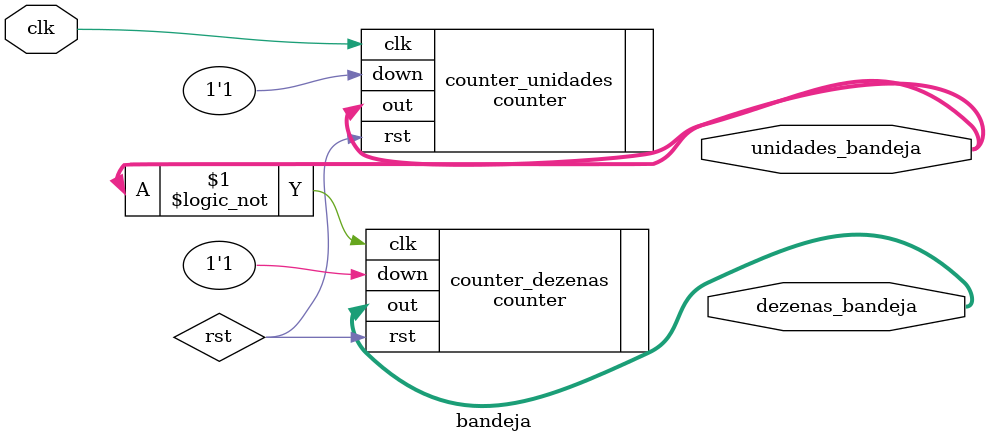
<source format=v>
module bandeja (
    input   clk ,

    output [3:0]    unidades_bandeja , 
                    dezenas_bandeja
);

counter #(
    .START  (4'b1001) ,
    .ENDING (4'b0000) ,
) counter_unidades (
    .clk    (clk) ,
    .rst    (rst) ,
    .down   (1'b1) ,

    .out    (unidades_bandeja)
);

counter #(
    .START  (4'b1001) ,
    .ENDING (4'b0000) ,
) counter_dezenas (
    .clk    (unidades_bandeja == 4'b0000) ,
    .rst    (rst) ,
    .down   (1'b1) ,

    .out    (dezenas_bandeja)
);

endmodule
</source>
